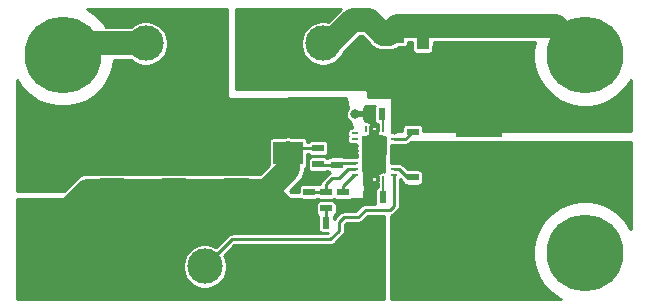
<source format=gbr>
%TF.GenerationSoftware,KiCad,Pcbnew,5.1.8-db9833491~88~ubuntu20.04.1*%
%TF.CreationDate,2020-12-10T20:55:53+01:00*%
%TF.ProjectId,Boost_DC_Converter_TPS61088RHLR,426f6f73-745f-4444-935f-436f6e766572,V1.0*%
%TF.SameCoordinates,Original*%
%TF.FileFunction,Copper,L1,Top*%
%TF.FilePolarity,Positive*%
%FSLAX46Y46*%
G04 Gerber Fmt 4.6, Leading zero omitted, Abs format (unit mm)*
G04 Created by KiCad (PCBNEW 5.1.8-db9833491~88~ubuntu20.04.1) date 2020-12-10 20:55:53*
%MOMM*%
%LPD*%
G01*
G04 APERTURE LIST*
%TA.AperFunction,EtchedComponent*%
%ADD10C,0.152400*%
%TD*%
%TA.AperFunction,SMDPad,CuDef*%
%ADD11R,0.370000X0.500000*%
%TD*%
%TA.AperFunction,SMDPad,CuDef*%
%ADD12R,0.930000X0.500000*%
%TD*%
%TA.AperFunction,ComponentPad*%
%ADD13C,0.499999*%
%TD*%
%TA.AperFunction,SMDPad,CuDef*%
%ADD14R,2.049999X3.050007*%
%TD*%
%TA.AperFunction,SMDPad,CuDef*%
%ADD15O,0.240000X0.599999*%
%TD*%
%TA.AperFunction,SMDPad,CuDef*%
%ADD16O,0.599999X0.240000*%
%TD*%
%TA.AperFunction,SMDPad,CuDef*%
%ADD17R,2.500000X1.524000*%
%TD*%
%TA.AperFunction,SMDPad,CuDef*%
%ADD18R,1.000000X0.600000*%
%TD*%
%TA.AperFunction,SMDPad,CuDef*%
%ADD19R,0.600000X1.000000*%
%TD*%
%TA.AperFunction,SMDPad,CuDef*%
%ADD20R,2.499360X1.950720*%
%TD*%
%TA.AperFunction,ComponentPad*%
%ADD21C,3.000000*%
%TD*%
%TA.AperFunction,SMDPad,CuDef*%
%ADD22R,4.000000X2.750000*%
%TD*%
%TA.AperFunction,ComponentPad*%
%ADD23C,1.000000*%
%TD*%
%TA.AperFunction,ComponentPad*%
%ADD24C,6.500000*%
%TD*%
%TA.AperFunction,ViaPad*%
%ADD25C,0.800000*%
%TD*%
%TA.AperFunction,Conductor*%
%ADD26C,0.250000*%
%TD*%
%TA.AperFunction,Conductor*%
%ADD27C,2.032000*%
%TD*%
%TA.AperFunction,Conductor*%
%ADD28C,0.508000*%
%TD*%
%TA.AperFunction,Conductor*%
%ADD29C,1.016000*%
%TD*%
%TA.AperFunction,Conductor*%
%ADD30C,0.200000*%
%TD*%
%TA.AperFunction,Conductor*%
%ADD31C,0.127000*%
%TD*%
%TA.AperFunction,Conductor*%
%ADD32C,0.254000*%
%TD*%
%TA.AperFunction,Conductor*%
%ADD33C,0.100000*%
%TD*%
G04 APERTURE END LIST*
D10*
%TO.C,U1*%
X161159918Y-46534919D02*
X160839919Y-46534919D01*
X160839919Y-50384924D02*
X161159918Y-50384924D01*
%TD*%
D11*
%TO.P,U1,21*%
%TO.N,GND*%
X160720000Y-46380000D03*
X161280000Y-46380000D03*
X160720000Y-50540000D03*
D12*
X161000000Y-46710000D03*
D11*
X161280000Y-50540000D03*
D12*
X161000000Y-50210000D03*
D13*
X161000000Y-47184999D03*
X160225000Y-48459921D03*
X161000000Y-49735001D03*
X161775000Y-48459921D03*
D14*
X160999919Y-48459921D03*
D15*
%TO.P,U1,20*%
X160249918Y-50610001D03*
D16*
%TO.P,U1,19*%
%TO.N,Net-(R2-Pad1)*%
X159350001Y-50209920D03*
%TO.P,U1,18*%
%TO.N,Net-(C4-Pad1)*%
X159350001Y-49709921D03*
%TO.P,U1,17*%
%TO.N,Net-(R4-Pad2)*%
X159350001Y-49209920D03*
%TO.P,U1,16*%
%TO.N,Net-(C10-Pad1)*%
X159350001Y-48709921D03*
%TO.P,U1,15*%
X159350001Y-48209922D03*
%TO.P,U1,14*%
X159350001Y-47709920D03*
%TO.P,U1,13*%
%TO.N,N/C*%
X159350001Y-47209921D03*
%TO.P,U1,12*%
X159350001Y-46709920D03*
D15*
%TO.P,U1,11*%
X160249918Y-46309999D03*
%TO.P,U1,10*%
%TO.N,Net-(C5-Pad1)*%
X161749920Y-46309999D03*
D16*
%TO.P,U1,9*%
%TO.N,Net-(C1-Pad1)*%
X162649999Y-46709920D03*
%TO.P,U1,8*%
%TO.N,Net-(C7-Pad1)*%
X162649999Y-47209921D03*
%TO.P,U1,7*%
%TO.N,Net-(C7-Pad2)*%
X162649999Y-47709920D03*
%TO.P,U1,6*%
X162649999Y-48209922D03*
%TO.P,U1,5*%
X162649999Y-48709921D03*
%TO.P,U1,4*%
X162649999Y-49209920D03*
%TO.P,U1,3*%
%TO.N,Net-(R3-Pad1)*%
X162649999Y-49709921D03*
%TO.P,U1,2*%
%TO.N,Net-(P2-Pad2)*%
X162649999Y-50209920D03*
D15*
%TO.P,U1,1*%
%TO.N,Net-(C6-Pad1)*%
X161749920Y-50610001D03*
%TD*%
D17*
%TO.P,C1,1*%
%TO.N,Net-(C1-Pad1)*%
X162220000Y-41658000D03*
%TO.P,C1,2*%
%TO.N,GND*%
X162220000Y-38282000D03*
%TD*%
D18*
%TO.P,C2,1*%
%TO.N,Net-(C1-Pad1)*%
X165100000Y-40700000D03*
%TO.P,C2,2*%
%TO.N,GND*%
X165100000Y-39300000D03*
%TD*%
D19*
%TO.P,C3,2*%
%TO.N,GND*%
X155510000Y-54280000D03*
%TO.P,C3,1*%
%TO.N,Net-(C3-Pad1)*%
X156910000Y-54280000D03*
%TD*%
D18*
%TO.P,C4,2*%
%TO.N,GND*%
X155480000Y-53050000D03*
%TO.P,C4,1*%
%TO.N,Net-(C4-Pad1)*%
X155480000Y-51650000D03*
%TD*%
D19*
%TO.P,C5,1*%
%TO.N,Net-(C5-Pad1)*%
X161650000Y-45070000D03*
%TO.P,C5,2*%
%TO.N,GND*%
X160250000Y-45070000D03*
%TD*%
%TO.P,C6,1*%
%TO.N,Net-(C6-Pad1)*%
X161720000Y-52100000D03*
%TO.P,C6,2*%
%TO.N,GND*%
X160320000Y-52100000D03*
%TD*%
D18*
%TO.P,C7,2*%
%TO.N,Net-(C7-Pad2)*%
X164240000Y-47970000D03*
%TO.P,C7,1*%
%TO.N,Net-(C7-Pad1)*%
X164240000Y-46570000D03*
%TD*%
D20*
%TO.P,C8,1*%
%TO.N,Net-(C10-Pad1)*%
X153700000Y-45306000D03*
%TO.P,C8,2*%
%TO.N,GND*%
X153700000Y-48354000D03*
%TD*%
%TO.P,C9,1*%
%TO.N,Net-(C10-Pad1)*%
%TA.AperFunction,SMDPad,CuDef*%
G36*
G01*
X148275000Y-44290000D02*
X150325000Y-44290000D01*
G75*
G02*
X150575000Y-44540000I0J-250000D01*
G01*
X150575000Y-46115000D01*
G75*
G02*
X150325000Y-46365000I-250000J0D01*
G01*
X148275000Y-46365000D01*
G75*
G02*
X148025000Y-46115000I0J250000D01*
G01*
X148025000Y-44540000D01*
G75*
G02*
X148275000Y-44290000I250000J0D01*
G01*
G37*
%TD.AperFunction*%
%TO.P,C9,2*%
%TO.N,GND*%
%TA.AperFunction,SMDPad,CuDef*%
G36*
G01*
X148275000Y-50515000D02*
X150325000Y-50515000D01*
G75*
G02*
X150575000Y-50765000I0J-250000D01*
G01*
X150575000Y-52340000D01*
G75*
G02*
X150325000Y-52590000I-250000J0D01*
G01*
X148275000Y-52590000D01*
G75*
G02*
X148025000Y-52340000I0J250000D01*
G01*
X148025000Y-50765000D01*
G75*
G02*
X148275000Y-50515000I250000J0D01*
G01*
G37*
%TD.AperFunction*%
%TD*%
%TO.P,C10,2*%
%TO.N,GND*%
%TA.AperFunction,SMDPad,CuDef*%
G36*
G01*
X137745000Y-50525000D02*
X139795000Y-50525000D01*
G75*
G02*
X140045000Y-50775000I0J-250000D01*
G01*
X140045000Y-52350000D01*
G75*
G02*
X139795000Y-52600000I-250000J0D01*
G01*
X137745000Y-52600000D01*
G75*
G02*
X137495000Y-52350000I0J250000D01*
G01*
X137495000Y-50775000D01*
G75*
G02*
X137745000Y-50525000I250000J0D01*
G01*
G37*
%TD.AperFunction*%
%TO.P,C10,1*%
%TO.N,Net-(C10-Pad1)*%
%TA.AperFunction,SMDPad,CuDef*%
G36*
G01*
X137745000Y-44300000D02*
X139795000Y-44300000D01*
G75*
G02*
X140045000Y-44550000I0J-250000D01*
G01*
X140045000Y-46125000D01*
G75*
G02*
X139795000Y-46375000I-250000J0D01*
G01*
X137745000Y-46375000D01*
G75*
G02*
X137495000Y-46125000I0J250000D01*
G01*
X137495000Y-44550000D01*
G75*
G02*
X137745000Y-44300000I250000J0D01*
G01*
G37*
%TD.AperFunction*%
%TD*%
%TO.P,C11,1*%
%TO.N,Net-(C10-Pad1)*%
%TA.AperFunction,SMDPad,CuDef*%
G36*
G01*
X143015000Y-44300000D02*
X145065000Y-44300000D01*
G75*
G02*
X145315000Y-44550000I0J-250000D01*
G01*
X145315000Y-46125000D01*
G75*
G02*
X145065000Y-46375000I-250000J0D01*
G01*
X143015000Y-46375000D01*
G75*
G02*
X142765000Y-46125000I0J250000D01*
G01*
X142765000Y-44550000D01*
G75*
G02*
X143015000Y-44300000I250000J0D01*
G01*
G37*
%TD.AperFunction*%
%TO.P,C11,2*%
%TO.N,GND*%
%TA.AperFunction,SMDPad,CuDef*%
G36*
G01*
X143015000Y-50525000D02*
X145065000Y-50525000D01*
G75*
G02*
X145315000Y-50775000I0J-250000D01*
G01*
X145315000Y-52350000D01*
G75*
G02*
X145065000Y-52600000I-250000J0D01*
G01*
X143015000Y-52600000D01*
G75*
G02*
X142765000Y-52350000I0J250000D01*
G01*
X142765000Y-50775000D01*
G75*
G02*
X143015000Y-50525000I250000J0D01*
G01*
G37*
%TD.AperFunction*%
%TD*%
D21*
%TO.P,P1,1*%
%TO.N,GND*%
X156650000Y-39090000D03*
%TO.P,P1,2*%
%TO.N,Net-(C1-Pad1)*%
X151650000Y-39090000D03*
%TD*%
%TO.P,P2,2*%
%TO.N,Net-(P2-Pad2)*%
X146650000Y-57980000D03*
%TO.P,P2,1*%
%TO.N,GND*%
X141650000Y-57980000D03*
%TD*%
%TO.P,P3,2*%
%TO.N,GND*%
X141650000Y-39090000D03*
%TO.P,P3,1*%
%TO.N,Net-(C10-Pad1)*%
X146650000Y-39090000D03*
%TD*%
D18*
%TO.P,R1,2*%
%TO.N,Net-(C3-Pad1)*%
X156910000Y-53050000D03*
%TO.P,R1,1*%
%TO.N,Net-(C4-Pad1)*%
X156910000Y-51650000D03*
%TD*%
%TO.P,R2,1*%
%TO.N,Net-(R2-Pad1)*%
X158350000Y-51660000D03*
%TO.P,R2,2*%
%TO.N,GND*%
X158350000Y-53060000D03*
%TD*%
%TO.P,R3,2*%
%TO.N,Net-(C7-Pad2)*%
X164240000Y-49040000D03*
%TO.P,R3,1*%
%TO.N,Net-(R3-Pad1)*%
X164240000Y-50440000D03*
%TD*%
%TO.P,R4,2*%
%TO.N,Net-(R4-Pad2)*%
X157820000Y-49350000D03*
%TO.P,R4,1*%
%TO.N,Net-(C10-Pad1)*%
X157820000Y-47950000D03*
%TD*%
%TO.P,R5,1*%
%TO.N,Net-(R4-Pad2)*%
X156230000Y-49330000D03*
%TO.P,R5,2*%
%TO.N,GND*%
X156230000Y-47930000D03*
%TD*%
D22*
%TO.P,L1,1*%
%TO.N,Net-(C1-Pad1)*%
X169820000Y-45640000D03*
%TO.P,L1,2*%
%TO.N,Net-(C7-Pad2)*%
X169820000Y-54340000D03*
%TD*%
D23*
%TO.P,MH1,1*%
%TO.N,GND*%
X136397767Y-55142233D03*
X137130000Y-56910000D03*
X136397767Y-58677767D03*
X134630000Y-59410000D03*
X132862233Y-58677767D03*
X132130000Y-56910000D03*
X132862233Y-55142233D03*
X134630000Y-54410000D03*
D24*
X134630000Y-56910000D03*
%TD*%
%TO.P,MH2,1*%
%TO.N,GND*%
X178800000Y-56850000D03*
D23*
X178800000Y-54350000D03*
X177032233Y-55082233D03*
X176300000Y-56850000D03*
X177032233Y-58617767D03*
X178800000Y-59350000D03*
X180567767Y-58617767D03*
X181300000Y-56850000D03*
X180567767Y-55082233D03*
%TD*%
D24*
%TO.P,MH3,1*%
%TO.N,GND*%
X134600000Y-40050000D03*
D23*
X134600000Y-37550000D03*
X132832233Y-38282233D03*
X132100000Y-40050000D03*
X132832233Y-41817767D03*
X134600000Y-42550000D03*
X136367767Y-41817767D03*
X137100000Y-40050000D03*
X136367767Y-38282233D03*
%TD*%
%TO.P,MH4,1*%
%TO.N,GND*%
X180597767Y-38302233D03*
X181330000Y-40070000D03*
X180597767Y-41837767D03*
X178830000Y-42570000D03*
X177062233Y-41837767D03*
X176330000Y-40070000D03*
X177062233Y-38302233D03*
X178830000Y-37570000D03*
D24*
X178830000Y-40070000D03*
%TD*%
D25*
%TO.N,GND*%
X159340000Y-45090000D03*
%TD*%
D26*
%TO.N,Net-(C1-Pad1)*%
X162649999Y-46709920D02*
X162649999Y-45990001D01*
X162649999Y-45990001D02*
X163160000Y-45480000D01*
X163160000Y-42598000D02*
X162220000Y-41658000D01*
X169820000Y-45640000D02*
X167430000Y-45640000D01*
X167430000Y-45640000D02*
X166680000Y-44890000D01*
X163290000Y-44890000D02*
X163160000Y-44760000D01*
X166680000Y-44890000D02*
X163290000Y-44890000D01*
X163160000Y-44760000D02*
X163160000Y-42598000D01*
X163160000Y-45480000D02*
X163160000Y-44760000D01*
X164142000Y-41658000D02*
X165100000Y-40700000D01*
X162220000Y-41658000D02*
X164142000Y-41658000D01*
X162220000Y-41658000D02*
X157992000Y-41658000D01*
X157992000Y-41658000D02*
X157870000Y-41780000D01*
X157870000Y-41780000D02*
X152550000Y-41780000D01*
X151650000Y-40880000D02*
X151650000Y-39090000D01*
X152550000Y-41780000D02*
X151650000Y-40880000D01*
%TO.N,GND*%
X153734000Y-48320000D02*
X153700000Y-48354000D01*
X154124000Y-47930000D02*
X153700000Y-48354000D01*
X156230000Y-47930000D02*
X154124000Y-47930000D01*
X165100000Y-39300000D02*
X165100000Y-38790000D01*
X164592000Y-38282000D02*
X162220000Y-38282000D01*
X165100000Y-38790000D02*
X164592000Y-38282000D01*
D27*
X153700000Y-48354000D02*
X153700000Y-49760000D01*
X151907500Y-51552500D02*
X149300000Y-51552500D01*
X153700000Y-49760000D02*
X151907500Y-51552500D01*
X144050000Y-51552500D02*
X144040000Y-51562500D01*
X149300000Y-51552500D02*
X144050000Y-51552500D01*
X144040000Y-51562500D02*
X138770000Y-51562500D01*
D28*
X155510000Y-53080000D02*
X155480000Y-53050000D01*
X155510000Y-54280000D02*
X155510000Y-53080000D01*
D27*
X151907500Y-51552500D02*
X151907500Y-51617500D01*
X151907500Y-51617500D02*
X154160000Y-53870000D01*
X154690000Y-53870000D02*
X154720000Y-53900000D01*
X154160000Y-53870000D02*
X154690000Y-53870000D01*
D26*
X160320000Y-52100000D02*
X160260000Y-52100000D01*
X159300000Y-53060000D02*
X158350000Y-53060000D01*
X160260000Y-52100000D02*
X159300000Y-53060000D01*
X158350000Y-53060000D02*
X158350000Y-52650000D01*
X158350000Y-52650000D02*
X158040000Y-52340000D01*
X156190000Y-52340000D02*
X155480000Y-53050000D01*
X158040000Y-52340000D02*
X156190000Y-52340000D01*
D27*
X138770000Y-51562500D02*
X136697500Y-51562500D01*
X136697500Y-51562500D02*
X134900000Y-53360000D01*
X134900000Y-56640000D02*
X134630000Y-56910000D01*
X134900000Y-53360000D02*
X134900000Y-56640000D01*
X135560000Y-39090000D02*
X134600000Y-40050000D01*
X141650000Y-39090000D02*
X135560000Y-39090000D01*
D28*
X159360000Y-45070000D02*
X159340000Y-45090000D01*
X160250000Y-45070000D02*
X159360000Y-45070000D01*
D27*
X157190000Y-39090000D02*
X156650000Y-39090000D01*
X159190000Y-37090000D02*
X157190000Y-39090000D01*
X161742000Y-38282000D02*
X160550000Y-37090000D01*
X160550000Y-37090000D02*
X159190000Y-37090000D01*
X162220000Y-38282000D02*
X161742000Y-38282000D01*
X162922000Y-37580000D02*
X162220000Y-38282000D01*
X178830000Y-40070000D02*
X176340000Y-37580000D01*
X176340000Y-37580000D02*
X165150000Y-37580000D01*
X165150000Y-37580000D02*
X162922000Y-37580000D01*
D29*
X165150000Y-39040000D02*
X165100000Y-39090000D01*
X165150000Y-37580000D02*
X165150000Y-39040000D01*
D30*
X160249918Y-50610001D02*
X160249918Y-51099918D01*
X160320000Y-51170000D02*
X160320000Y-52100000D01*
X160249918Y-51099918D02*
X160320000Y-51170000D01*
X160463709Y-51956291D02*
X160320000Y-52100000D01*
D28*
X160309709Y-51062291D02*
X160463709Y-51216291D01*
X160309709Y-50060291D02*
X160309709Y-51062291D01*
D30*
X160463709Y-51216291D02*
X160463709Y-51956291D01*
D28*
X160250000Y-45070000D02*
X160250000Y-45230000D01*
X160250000Y-45230000D02*
X161024709Y-46004709D01*
X161024709Y-46004709D02*
X161000000Y-46004709D01*
D31*
X160999919Y-47185080D02*
X161000000Y-47184999D01*
X160999919Y-48459921D02*
X160999919Y-47185080D01*
X160999919Y-48459921D02*
X160999919Y-48740081D01*
X160309709Y-49430291D02*
X160309709Y-50060291D01*
X160999919Y-48740081D02*
X160309709Y-49430291D01*
X160999919Y-49734920D02*
X161000000Y-49735001D01*
X160999919Y-48459921D02*
X160999919Y-49734920D01*
X160999919Y-48459921D02*
X160999919Y-50045214D01*
D26*
%TO.N,Net-(C3-Pad1)*%
X156910000Y-54280000D02*
X156910000Y-53050000D01*
%TO.N,Net-(C4-Pad1)*%
X155480000Y-51650000D02*
X156910000Y-51650000D01*
X158800002Y-49709921D02*
X158029923Y-50480000D01*
X159350001Y-49709921D02*
X158800002Y-49709921D01*
X158029923Y-50480000D02*
X157450000Y-50480000D01*
X156910000Y-51020000D02*
X156910000Y-51650000D01*
X157450000Y-50480000D02*
X156910000Y-51020000D01*
D30*
%TO.N,Net-(C5-Pad1)*%
X161749920Y-45169920D02*
X161650000Y-45070000D01*
X161749920Y-46309999D02*
X161749920Y-45169920D01*
%TO.N,Net-(C6-Pad1)*%
X161749920Y-52070080D02*
X161720000Y-52100000D01*
X161749920Y-50610001D02*
X161749920Y-52070080D01*
D26*
%TO.N,Net-(C7-Pad2)*%
X162649999Y-47709920D02*
X162649999Y-49009999D01*
X162649999Y-49009999D02*
X162649999Y-49209920D01*
X167200000Y-49040000D02*
X164240000Y-49040000D01*
X162649999Y-49209920D02*
X163310080Y-49209920D01*
X163480000Y-49040000D02*
X164240000Y-49040000D01*
X163310080Y-49209920D02*
X163480000Y-49040000D01*
X163909921Y-48709921D02*
X164240000Y-49040000D01*
X162649999Y-48709921D02*
X163909921Y-48709921D01*
X164009922Y-48209922D02*
X164240000Y-48440000D01*
X164240000Y-48440000D02*
X164240000Y-49040000D01*
X164240000Y-47970000D02*
X164240000Y-48440000D01*
X163979920Y-47709920D02*
X164240000Y-47970000D01*
X162649999Y-47709920D02*
X163979920Y-47709920D01*
D27*
X169820000Y-51660000D02*
X167200000Y-49040000D01*
X169820000Y-54340000D02*
X169820000Y-51660000D01*
D29*
X169820000Y-51660000D02*
X169410000Y-51660000D01*
X165959922Y-48209922D02*
X162979922Y-48209922D01*
D26*
X162979922Y-48209922D02*
X164009922Y-48209922D01*
X162649999Y-48209922D02*
X162979922Y-48209922D01*
D29*
X167030000Y-49280000D02*
X166080000Y-49280000D01*
X169410000Y-51660000D02*
X167030000Y-49280000D01*
X167030000Y-49280000D02*
X165959922Y-48209922D01*
X165509921Y-48709921D02*
X162809128Y-48709921D01*
X166080000Y-49280000D02*
X165509921Y-48709921D01*
X165959922Y-48209922D02*
X162809128Y-48209922D01*
X165720000Y-47970000D02*
X165959922Y-48209922D01*
X164240000Y-47970000D02*
X165720000Y-47970000D01*
D26*
%TO.N,Net-(C7-Pad1)*%
X163600079Y-47209921D02*
X164240000Y-46570000D01*
X162649999Y-47209921D02*
X163600079Y-47209921D01*
%TO.N,Net-(C10-Pad1)*%
X159350001Y-48709921D02*
X159350001Y-47709920D01*
X158789922Y-48209922D02*
X159350001Y-48209922D01*
X149321500Y-45306000D02*
X149300000Y-45327500D01*
X153700000Y-45306000D02*
X149321500Y-45306000D01*
X144050000Y-45327500D02*
X144040000Y-45337500D01*
X149300000Y-45327500D02*
X144050000Y-45327500D01*
X144040000Y-45337500D02*
X138770000Y-45337500D01*
X146650000Y-39090000D02*
X144300000Y-41440000D01*
X144300000Y-45077500D02*
X144040000Y-45337500D01*
X144300000Y-41440000D02*
X144300000Y-45077500D01*
X157820000Y-47950000D02*
X157820000Y-46520000D01*
X156606000Y-45306000D02*
X153700000Y-45306000D01*
X157820000Y-46520000D02*
X156606000Y-45306000D01*
D28*
X157820000Y-47950000D02*
X158020000Y-47950000D01*
X157820000Y-47950000D02*
X157990000Y-47950000D01*
X158670000Y-48630000D02*
X159444709Y-48630000D01*
X157990000Y-47950000D02*
X158670000Y-48630000D01*
X158540000Y-47950000D02*
X158710000Y-48120000D01*
X157820000Y-47950000D02*
X158540000Y-47950000D01*
D26*
X158710000Y-48120000D02*
X158789922Y-48209922D01*
X158665000Y-48085000D02*
X158710000Y-48120000D01*
D28*
X159295000Y-48085000D02*
X159420000Y-48210000D01*
X158665000Y-48085000D02*
X159295000Y-48085000D01*
X158870000Y-47790000D02*
X159430000Y-47790000D01*
X158710000Y-47950000D02*
X158870000Y-47790000D01*
X157820000Y-47950000D02*
X158710000Y-47950000D01*
D26*
%TO.N,Net-(P2-Pad2)*%
X159600000Y-53820000D02*
X160250000Y-53170000D01*
X162649999Y-52820001D02*
X162649999Y-50209920D01*
X158410000Y-53820000D02*
X159600000Y-53820000D01*
X157990000Y-54240000D02*
X158410000Y-53820000D01*
X157990000Y-54970000D02*
X157990000Y-54240000D01*
X157270000Y-55690000D02*
X157990000Y-54970000D01*
X162300000Y-53170000D02*
X162649999Y-52820001D01*
X148940000Y-55690000D02*
X157270000Y-55690000D01*
X160250000Y-53170000D02*
X162300000Y-53170000D01*
X146650000Y-57980000D02*
X148940000Y-55690000D01*
%TO.N,Net-(R2-Pad1)*%
X159350001Y-50209920D02*
X159310080Y-50209920D01*
X158350000Y-51170000D02*
X158350000Y-51660000D01*
X159310080Y-50209920D02*
X158350000Y-51170000D01*
%TO.N,Net-(R3-Pad1)*%
X162649999Y-49709921D02*
X163049921Y-49709921D01*
X163780000Y-50440000D02*
X164240000Y-50440000D01*
X163049921Y-49709921D02*
X163780000Y-50440000D01*
%TO.N,Net-(R4-Pad2)*%
X157960080Y-49209920D02*
X157820000Y-49350000D01*
X159350001Y-49209920D02*
X157960080Y-49209920D01*
X156250000Y-49350000D02*
X156230000Y-49330000D01*
X157820000Y-49350000D02*
X156250000Y-49350000D01*
%TD*%
D32*
%TO.N,Net-(C7-Pad2)*%
X182688009Y-54798831D02*
X182678847Y-54776713D01*
X182199838Y-54059825D01*
X181590175Y-53450162D01*
X180873287Y-52971153D01*
X180076724Y-52641206D01*
X179231097Y-52473000D01*
X178368903Y-52473000D01*
X177523276Y-52641206D01*
X176726713Y-52971153D01*
X176009825Y-53450162D01*
X175400162Y-54059825D01*
X174921153Y-54776713D01*
X174591206Y-55573276D01*
X174423000Y-56418903D01*
X174423000Y-57281097D01*
X174591206Y-58126724D01*
X174921153Y-58923287D01*
X175400162Y-59640175D01*
X176009825Y-60249838D01*
X176726713Y-60728847D01*
X176766917Y-60745500D01*
X162417000Y-60745500D01*
X162417000Y-53663276D01*
X162494575Y-53639745D01*
X162582479Y-53592759D01*
X162659527Y-53529527D01*
X162675376Y-53510215D01*
X162990219Y-53195373D01*
X163009526Y-53179528D01*
X163072758Y-53102480D01*
X163119744Y-53014576D01*
X163148677Y-52919194D01*
X163155999Y-52844855D01*
X163155999Y-52844848D01*
X163158446Y-52820002D01*
X163155999Y-52795156D01*
X163155999Y-50590494D01*
X163185973Y-50565895D01*
X163187925Y-50563517D01*
X163357157Y-50732749D01*
X163357157Y-50740000D01*
X163364513Y-50814689D01*
X163386299Y-50886508D01*
X163421678Y-50952696D01*
X163469289Y-51010711D01*
X163527304Y-51058322D01*
X163593492Y-51093701D01*
X163665311Y-51115487D01*
X163740000Y-51122843D01*
X164740000Y-51122843D01*
X164814689Y-51115487D01*
X164886508Y-51093701D01*
X164952696Y-51058322D01*
X165010711Y-51010711D01*
X165058322Y-50952696D01*
X165093701Y-50886508D01*
X165115487Y-50814689D01*
X165122843Y-50740000D01*
X165122843Y-50140000D01*
X165115487Y-50065311D01*
X165093701Y-49993492D01*
X165058322Y-49927304D01*
X165010711Y-49869289D01*
X164952696Y-49821678D01*
X164886508Y-49786299D01*
X164814689Y-49764513D01*
X164740000Y-49757157D01*
X163812749Y-49757157D01*
X163425297Y-49369706D01*
X163409448Y-49350394D01*
X163332400Y-49287162D01*
X163244496Y-49240176D01*
X163149114Y-49211243D01*
X163074775Y-49203921D01*
X163074767Y-49203921D01*
X163049921Y-49201474D01*
X163025075Y-49203921D01*
X162625145Y-49203921D01*
X162574381Y-49208921D01*
X162445388Y-49208921D01*
X162417000Y-49211717D01*
X162417000Y-47708125D01*
X162445388Y-47710921D01*
X162574381Y-47710921D01*
X162625145Y-47715921D01*
X163575233Y-47715921D01*
X163600079Y-47718368D01*
X163624925Y-47715921D01*
X163624933Y-47715921D01*
X163699272Y-47708599D01*
X163794654Y-47679666D01*
X163882558Y-47632680D01*
X163959606Y-47569448D01*
X163975455Y-47550136D01*
X164118591Y-47407000D01*
X182690910Y-47407000D01*
X182688009Y-54798831D01*
%TA.AperFunction,Conductor*%
D33*
G36*
X182688009Y-54798831D02*
G01*
X182678847Y-54776713D01*
X182199838Y-54059825D01*
X181590175Y-53450162D01*
X180873287Y-52971153D01*
X180076724Y-52641206D01*
X179231097Y-52473000D01*
X178368903Y-52473000D01*
X177523276Y-52641206D01*
X176726713Y-52971153D01*
X176009825Y-53450162D01*
X175400162Y-54059825D01*
X174921153Y-54776713D01*
X174591206Y-55573276D01*
X174423000Y-56418903D01*
X174423000Y-57281097D01*
X174591206Y-58126724D01*
X174921153Y-58923287D01*
X175400162Y-59640175D01*
X176009825Y-60249838D01*
X176726713Y-60728847D01*
X176766917Y-60745500D01*
X162417000Y-60745500D01*
X162417000Y-53663276D01*
X162494575Y-53639745D01*
X162582479Y-53592759D01*
X162659527Y-53529527D01*
X162675376Y-53510215D01*
X162990219Y-53195373D01*
X163009526Y-53179528D01*
X163072758Y-53102480D01*
X163119744Y-53014576D01*
X163148677Y-52919194D01*
X163155999Y-52844855D01*
X163155999Y-52844848D01*
X163158446Y-52820002D01*
X163155999Y-52795156D01*
X163155999Y-50590494D01*
X163185973Y-50565895D01*
X163187925Y-50563517D01*
X163357157Y-50732749D01*
X163357157Y-50740000D01*
X163364513Y-50814689D01*
X163386299Y-50886508D01*
X163421678Y-50952696D01*
X163469289Y-51010711D01*
X163527304Y-51058322D01*
X163593492Y-51093701D01*
X163665311Y-51115487D01*
X163740000Y-51122843D01*
X164740000Y-51122843D01*
X164814689Y-51115487D01*
X164886508Y-51093701D01*
X164952696Y-51058322D01*
X165010711Y-51010711D01*
X165058322Y-50952696D01*
X165093701Y-50886508D01*
X165115487Y-50814689D01*
X165122843Y-50740000D01*
X165122843Y-50140000D01*
X165115487Y-50065311D01*
X165093701Y-49993492D01*
X165058322Y-49927304D01*
X165010711Y-49869289D01*
X164952696Y-49821678D01*
X164886508Y-49786299D01*
X164814689Y-49764513D01*
X164740000Y-49757157D01*
X163812749Y-49757157D01*
X163425297Y-49369706D01*
X163409448Y-49350394D01*
X163332400Y-49287162D01*
X163244496Y-49240176D01*
X163149114Y-49211243D01*
X163074775Y-49203921D01*
X163074767Y-49203921D01*
X163049921Y-49201474D01*
X163025075Y-49203921D01*
X162625145Y-49203921D01*
X162574381Y-49208921D01*
X162445388Y-49208921D01*
X162417000Y-49211717D01*
X162417000Y-47708125D01*
X162445388Y-47710921D01*
X162574381Y-47710921D01*
X162625145Y-47715921D01*
X163575233Y-47715921D01*
X163600079Y-47718368D01*
X163624925Y-47715921D01*
X163624933Y-47715921D01*
X163699272Y-47708599D01*
X163794654Y-47679666D01*
X163882558Y-47632680D01*
X163959606Y-47569448D01*
X163975455Y-47550136D01*
X164118591Y-47407000D01*
X182690910Y-47407000D01*
X182688009Y-54798831D01*
G37*
%TD.AperFunction*%
%TD*%
D32*
%TO.N,Net-(C1-Pad1)*%
X157052194Y-37252151D02*
X156835262Y-37209000D01*
X156464738Y-37209000D01*
X156101333Y-37281286D01*
X155759013Y-37423080D01*
X155450933Y-37628932D01*
X155188932Y-37890933D01*
X154983080Y-38199013D01*
X154841286Y-38541333D01*
X154769000Y-38904738D01*
X154769000Y-39275262D01*
X154841286Y-39638667D01*
X154983080Y-39980987D01*
X155188932Y-40289067D01*
X155450933Y-40551068D01*
X155759013Y-40756920D01*
X156101333Y-40898714D01*
X156464738Y-40971000D01*
X156835262Y-40971000D01*
X157198667Y-40898714D01*
X157540987Y-40756920D01*
X157849067Y-40551068D01*
X158111068Y-40289067D01*
X158316920Y-39980987D01*
X158346797Y-39908859D01*
X159768657Y-38487000D01*
X159971345Y-38487000D01*
X160593582Y-39109238D01*
X160594513Y-39118689D01*
X160616299Y-39190508D01*
X160651678Y-39256696D01*
X160699289Y-39314711D01*
X160757304Y-39362322D01*
X160823492Y-39397701D01*
X160895311Y-39419487D01*
X160930104Y-39422914D01*
X160934892Y-39426843D01*
X160962113Y-39449183D01*
X161204804Y-39578904D01*
X161468140Y-39658786D01*
X161742000Y-39685760D01*
X161810632Y-39679000D01*
X162151375Y-39679000D01*
X162220000Y-39685759D01*
X162288625Y-39679000D01*
X162493860Y-39658786D01*
X162757195Y-39578904D01*
X162999887Y-39449183D01*
X163027108Y-39426843D01*
X163470000Y-39426843D01*
X163544689Y-39419487D01*
X163616508Y-39397701D01*
X163682696Y-39362322D01*
X163740711Y-39314711D01*
X163788322Y-39256696D01*
X163823701Y-39190508D01*
X163845487Y-39118689D01*
X163852843Y-39044000D01*
X163852843Y-38977000D01*
X164217829Y-38977000D01*
X164206700Y-39090000D01*
X164217157Y-39196175D01*
X164217157Y-39600000D01*
X164224513Y-39674689D01*
X164246299Y-39746508D01*
X164281678Y-39812696D01*
X164329289Y-39870711D01*
X164387304Y-39918322D01*
X164453492Y-39953701D01*
X164525311Y-39975487D01*
X164600000Y-39982843D01*
X165095360Y-39982843D01*
X165100000Y-39983300D01*
X165104640Y-39982843D01*
X165600000Y-39982843D01*
X165674689Y-39975487D01*
X165746508Y-39953701D01*
X165812696Y-39918322D01*
X165870711Y-39870711D01*
X165918322Y-39812696D01*
X165953701Y-39746508D01*
X165975487Y-39674689D01*
X165982843Y-39600000D01*
X165982843Y-39356994D01*
X166026136Y-39214274D01*
X166039000Y-39083667D01*
X166039000Y-39083660D01*
X166043300Y-39040000D01*
X166039000Y-38996340D01*
X166039000Y-38977000D01*
X174584661Y-38977000D01*
X174453000Y-39638903D01*
X174453000Y-40501097D01*
X174621206Y-41346724D01*
X174951153Y-42143287D01*
X175430162Y-42860175D01*
X176039825Y-43469838D01*
X176756713Y-43948847D01*
X177553276Y-44278794D01*
X178398903Y-44447000D01*
X179261097Y-44447000D01*
X180106724Y-44278794D01*
X180903287Y-43948847D01*
X181620175Y-43469838D01*
X182229838Y-42860175D01*
X182692966Y-42167054D01*
X182691249Y-46542780D01*
X165122843Y-46534341D01*
X165122843Y-46270000D01*
X165115487Y-46195311D01*
X165093701Y-46123492D01*
X165058322Y-46057304D01*
X165010711Y-45999289D01*
X164952696Y-45951678D01*
X164886508Y-45916299D01*
X164814689Y-45894513D01*
X164740000Y-45887157D01*
X163740000Y-45887157D01*
X163665311Y-45894513D01*
X163593492Y-45916299D01*
X163527304Y-45951678D01*
X163469289Y-45999289D01*
X163421678Y-46057304D01*
X163386299Y-46123492D01*
X163364513Y-46195311D01*
X163357157Y-46270000D01*
X163357157Y-46533493D01*
X162457875Y-46533061D01*
X162476997Y-43750873D01*
X162474727Y-43726080D01*
X162467664Y-43702207D01*
X162456079Y-43680170D01*
X162440418Y-43660817D01*
X162421281Y-43644891D01*
X162399406Y-43633004D01*
X162375632Y-43625613D01*
X162350000Y-43623000D01*
X160417000Y-43623000D01*
X160417000Y-43120000D01*
X160414560Y-43095224D01*
X160407333Y-43071399D01*
X160395597Y-43049443D01*
X160379803Y-43030197D01*
X160360557Y-43014403D01*
X160338601Y-43002667D01*
X160314776Y-42995440D01*
X160290228Y-42993000D01*
X149287000Y-42973228D01*
X149287000Y-36154500D01*
X158149843Y-36154500D01*
X157052194Y-37252151D01*
%TA.AperFunction,Conductor*%
D33*
G36*
X157052194Y-37252151D02*
G01*
X156835262Y-37209000D01*
X156464738Y-37209000D01*
X156101333Y-37281286D01*
X155759013Y-37423080D01*
X155450933Y-37628932D01*
X155188932Y-37890933D01*
X154983080Y-38199013D01*
X154841286Y-38541333D01*
X154769000Y-38904738D01*
X154769000Y-39275262D01*
X154841286Y-39638667D01*
X154983080Y-39980987D01*
X155188932Y-40289067D01*
X155450933Y-40551068D01*
X155759013Y-40756920D01*
X156101333Y-40898714D01*
X156464738Y-40971000D01*
X156835262Y-40971000D01*
X157198667Y-40898714D01*
X157540987Y-40756920D01*
X157849067Y-40551068D01*
X158111068Y-40289067D01*
X158316920Y-39980987D01*
X158346797Y-39908859D01*
X159768657Y-38487000D01*
X159971345Y-38487000D01*
X160593582Y-39109238D01*
X160594513Y-39118689D01*
X160616299Y-39190508D01*
X160651678Y-39256696D01*
X160699289Y-39314711D01*
X160757304Y-39362322D01*
X160823492Y-39397701D01*
X160895311Y-39419487D01*
X160930104Y-39422914D01*
X160934892Y-39426843D01*
X160962113Y-39449183D01*
X161204804Y-39578904D01*
X161468140Y-39658786D01*
X161742000Y-39685760D01*
X161810632Y-39679000D01*
X162151375Y-39679000D01*
X162220000Y-39685759D01*
X162288625Y-39679000D01*
X162493860Y-39658786D01*
X162757195Y-39578904D01*
X162999887Y-39449183D01*
X163027108Y-39426843D01*
X163470000Y-39426843D01*
X163544689Y-39419487D01*
X163616508Y-39397701D01*
X163682696Y-39362322D01*
X163740711Y-39314711D01*
X163788322Y-39256696D01*
X163823701Y-39190508D01*
X163845487Y-39118689D01*
X163852843Y-39044000D01*
X163852843Y-38977000D01*
X164217829Y-38977000D01*
X164206700Y-39090000D01*
X164217157Y-39196175D01*
X164217157Y-39600000D01*
X164224513Y-39674689D01*
X164246299Y-39746508D01*
X164281678Y-39812696D01*
X164329289Y-39870711D01*
X164387304Y-39918322D01*
X164453492Y-39953701D01*
X164525311Y-39975487D01*
X164600000Y-39982843D01*
X165095360Y-39982843D01*
X165100000Y-39983300D01*
X165104640Y-39982843D01*
X165600000Y-39982843D01*
X165674689Y-39975487D01*
X165746508Y-39953701D01*
X165812696Y-39918322D01*
X165870711Y-39870711D01*
X165918322Y-39812696D01*
X165953701Y-39746508D01*
X165975487Y-39674689D01*
X165982843Y-39600000D01*
X165982843Y-39356994D01*
X166026136Y-39214274D01*
X166039000Y-39083667D01*
X166039000Y-39083660D01*
X166043300Y-39040000D01*
X166039000Y-38996340D01*
X166039000Y-38977000D01*
X174584661Y-38977000D01*
X174453000Y-39638903D01*
X174453000Y-40501097D01*
X174621206Y-41346724D01*
X174951153Y-42143287D01*
X175430162Y-42860175D01*
X176039825Y-43469838D01*
X176756713Y-43948847D01*
X177553276Y-44278794D01*
X178398903Y-44447000D01*
X179261097Y-44447000D01*
X180106724Y-44278794D01*
X180903287Y-43948847D01*
X181620175Y-43469838D01*
X182229838Y-42860175D01*
X182692966Y-42167054D01*
X182691249Y-46542780D01*
X165122843Y-46534341D01*
X165122843Y-46270000D01*
X165115487Y-46195311D01*
X165093701Y-46123492D01*
X165058322Y-46057304D01*
X165010711Y-45999289D01*
X164952696Y-45951678D01*
X164886508Y-45916299D01*
X164814689Y-45894513D01*
X164740000Y-45887157D01*
X163740000Y-45887157D01*
X163665311Y-45894513D01*
X163593492Y-45916299D01*
X163527304Y-45951678D01*
X163469289Y-45999289D01*
X163421678Y-46057304D01*
X163386299Y-46123492D01*
X163364513Y-46195311D01*
X163357157Y-46270000D01*
X163357157Y-46533493D01*
X162457875Y-46533061D01*
X162476997Y-43750873D01*
X162474727Y-43726080D01*
X162467664Y-43702207D01*
X162456079Y-43680170D01*
X162440418Y-43660817D01*
X162421281Y-43644891D01*
X162399406Y-43633004D01*
X162375632Y-43625613D01*
X162350000Y-43623000D01*
X160417000Y-43623000D01*
X160417000Y-43120000D01*
X160414560Y-43095224D01*
X160407333Y-43071399D01*
X160395597Y-43049443D01*
X160379803Y-43030197D01*
X160360557Y-43014403D01*
X160338601Y-43002667D01*
X160314776Y-42995440D01*
X160290228Y-42993000D01*
X149287000Y-42973228D01*
X149287000Y-36154500D01*
X158149843Y-36154500D01*
X157052194Y-37252151D01*
G37*
%TD.AperFunction*%
%TD*%
D32*
%TO.N,Net-(C10-Pad1)*%
X148553000Y-43630000D02*
X148555440Y-43654776D01*
X148562667Y-43678601D01*
X148574403Y-43700557D01*
X148590197Y-43719803D01*
X148609443Y-43735597D01*
X148631399Y-43747333D01*
X148655224Y-43754560D01*
X148680127Y-43757000D01*
X158605036Y-43747105D01*
X158761495Y-44564004D01*
X158733358Y-44592141D01*
X158647887Y-44720058D01*
X158589013Y-44862191D01*
X158559000Y-45013078D01*
X158559000Y-45166922D01*
X158589013Y-45317809D01*
X158647887Y-45459942D01*
X158733358Y-45587859D01*
X158842141Y-45696642D01*
X158970058Y-45782113D01*
X158996930Y-45793244D01*
X159077818Y-46215575D01*
X159071789Y-46216169D01*
X158977350Y-46244817D01*
X158890315Y-46291338D01*
X158814027Y-46353945D01*
X158751420Y-46430233D01*
X158704899Y-46517268D01*
X158676251Y-46611707D01*
X158666578Y-46709920D01*
X158676251Y-46808133D01*
X158704899Y-46902572D01*
X158735552Y-46959921D01*
X158704899Y-47017269D01*
X158676251Y-47111708D01*
X158666578Y-47209921D01*
X158676251Y-47308134D01*
X158704899Y-47402573D01*
X158751420Y-47489608D01*
X158814027Y-47565896D01*
X158890315Y-47628503D01*
X158977350Y-47675024D01*
X159071789Y-47703672D01*
X159145390Y-47710921D01*
X159364220Y-47710921D01*
X159555379Y-48708996D01*
X159554612Y-48708920D01*
X159425619Y-48708920D01*
X159374855Y-48703920D01*
X158480766Y-48703920D01*
X158466508Y-48696299D01*
X158394689Y-48674513D01*
X158320000Y-48667157D01*
X157320000Y-48667157D01*
X157245311Y-48674513D01*
X157173492Y-48696299D01*
X157107304Y-48731678D01*
X157049289Y-48779289D01*
X157033207Y-48798886D01*
X157000711Y-48759289D01*
X156942696Y-48711678D01*
X156876508Y-48676299D01*
X156804689Y-48654513D01*
X156730000Y-48647157D01*
X155730000Y-48647157D01*
X155655311Y-48654513D01*
X155583492Y-48676299D01*
X155517304Y-48711678D01*
X155459289Y-48759289D01*
X155411678Y-48817304D01*
X155376299Y-48883492D01*
X155354513Y-48955311D01*
X155347157Y-49030000D01*
X155347157Y-49630000D01*
X155354513Y-49704689D01*
X155376299Y-49776508D01*
X155411678Y-49842696D01*
X155459289Y-49900711D01*
X155517304Y-49948322D01*
X155583492Y-49983701D01*
X155655311Y-50005487D01*
X155730000Y-50012843D01*
X156730000Y-50012843D01*
X156804689Y-50005487D01*
X156876508Y-49983701D01*
X156942696Y-49948322D01*
X157000711Y-49900711D01*
X157016793Y-49881114D01*
X157049289Y-49920711D01*
X157107304Y-49968322D01*
X157173492Y-50003701D01*
X157233584Y-50021930D01*
X157167521Y-50057241D01*
X157090473Y-50120473D01*
X157074629Y-50139779D01*
X156569785Y-50644624D01*
X156550473Y-50660473D01*
X156487241Y-50737521D01*
X156440255Y-50825426D01*
X156411322Y-50920808D01*
X156406725Y-50967480D01*
X156335311Y-50974513D01*
X156263492Y-50996299D01*
X156197304Y-51031678D01*
X156195000Y-51033569D01*
X156192696Y-51031678D01*
X156126508Y-50996299D01*
X156054689Y-50974513D01*
X155980000Y-50967157D01*
X154980000Y-50967157D01*
X154905311Y-50974513D01*
X154833492Y-50996299D01*
X154767304Y-51031678D01*
X154709289Y-51079289D01*
X154661678Y-51137304D01*
X154626299Y-51203492D01*
X154604513Y-51275311D01*
X154597157Y-51350000D01*
X154597157Y-51682010D01*
X153945009Y-51679353D01*
X153850656Y-51585000D01*
X154639296Y-50796360D01*
X154692608Y-50752608D01*
X154867183Y-50539887D01*
X154996904Y-50297195D01*
X155076786Y-50033860D01*
X155097000Y-49828625D01*
X155103759Y-49760000D01*
X155097000Y-49691375D01*
X155097000Y-49682627D01*
X155162376Y-49647682D01*
X155220391Y-49600071D01*
X155268002Y-49542056D01*
X155303381Y-49475868D01*
X155325167Y-49404049D01*
X155332523Y-49329360D01*
X155332523Y-48436000D01*
X155408099Y-48436000D01*
X155411678Y-48442696D01*
X155459289Y-48500711D01*
X155517304Y-48548322D01*
X155583492Y-48583701D01*
X155655311Y-48605487D01*
X155730000Y-48612843D01*
X156730000Y-48612843D01*
X156804689Y-48605487D01*
X156876508Y-48583701D01*
X156942696Y-48548322D01*
X157000711Y-48500711D01*
X157048322Y-48442696D01*
X157083701Y-48376508D01*
X157105487Y-48304689D01*
X157112843Y-48230000D01*
X157112843Y-47630000D01*
X157105487Y-47555311D01*
X157083701Y-47483492D01*
X157048322Y-47417304D01*
X157000711Y-47359289D01*
X156942696Y-47311678D01*
X156876508Y-47276299D01*
X156804689Y-47254513D01*
X156730000Y-47247157D01*
X155730000Y-47247157D01*
X155655311Y-47254513D01*
X155583492Y-47276299D01*
X155517304Y-47311678D01*
X155459289Y-47359289D01*
X155411678Y-47417304D01*
X155408099Y-47424000D01*
X155332523Y-47424000D01*
X155332523Y-47378640D01*
X155325167Y-47303951D01*
X155303381Y-47232132D01*
X155268002Y-47165944D01*
X155220391Y-47107929D01*
X155162376Y-47060318D01*
X155096188Y-47024939D01*
X155024369Y-47003153D01*
X154949680Y-46995797D01*
X154035119Y-46995797D01*
X153973859Y-46977214D01*
X153700000Y-46950241D01*
X153426140Y-46977214D01*
X153364880Y-46995797D01*
X152450320Y-46995797D01*
X152375631Y-47003153D01*
X152303812Y-47024939D01*
X152237624Y-47060318D01*
X152179609Y-47107929D01*
X152131998Y-47165944D01*
X152096619Y-47232132D01*
X152074833Y-47303951D01*
X152067477Y-47378640D01*
X152067477Y-49329360D01*
X152074833Y-49404049D01*
X152076104Y-49408240D01*
X151328845Y-50155500D01*
X150485328Y-50155500D01*
X150448462Y-50144317D01*
X150325000Y-50132157D01*
X148275000Y-50132157D01*
X148151538Y-50144317D01*
X148114672Y-50155500D01*
X145192362Y-50155500D01*
X145188462Y-50154317D01*
X145065000Y-50142157D01*
X143015000Y-50142157D01*
X142891538Y-50154317D01*
X142854672Y-50165500D01*
X139955328Y-50165500D01*
X139918462Y-50154317D01*
X139795000Y-50142157D01*
X137745000Y-50142157D01*
X137621538Y-50154317D01*
X137584672Y-50165500D01*
X136766125Y-50165500D01*
X136697500Y-50158741D01*
X136628875Y-50165500D01*
X136423640Y-50185714D01*
X136160305Y-50265596D01*
X135917613Y-50395317D01*
X135704892Y-50569892D01*
X135661140Y-50623204D01*
X134683450Y-51600895D01*
X130738269Y-51584825D01*
X130741970Y-42154442D01*
X131200162Y-42840175D01*
X131809825Y-43449838D01*
X132526713Y-43928847D01*
X133323276Y-44258794D01*
X134168903Y-44427000D01*
X135031097Y-44427000D01*
X135876724Y-44258794D01*
X136673287Y-43928847D01*
X137390175Y-43449838D01*
X137999838Y-42840175D01*
X138478847Y-42123287D01*
X138808794Y-41326724D01*
X138975826Y-40487000D01*
X140386865Y-40487000D01*
X140450933Y-40551068D01*
X140759013Y-40756920D01*
X141101333Y-40898714D01*
X141464738Y-40971000D01*
X141835262Y-40971000D01*
X142198667Y-40898714D01*
X142540987Y-40756920D01*
X142849067Y-40551068D01*
X143111068Y-40289067D01*
X143316920Y-39980987D01*
X143458714Y-39638667D01*
X143531000Y-39275262D01*
X143531000Y-38904738D01*
X143458714Y-38541333D01*
X143316920Y-38199013D01*
X143111068Y-37890933D01*
X142849067Y-37628932D01*
X142540987Y-37423080D01*
X142198667Y-37281286D01*
X141835262Y-37209000D01*
X141464738Y-37209000D01*
X141101333Y-37281286D01*
X140759013Y-37423080D01*
X140450933Y-37628932D01*
X140386865Y-37693000D01*
X138289276Y-37693000D01*
X137999838Y-37259825D01*
X137390175Y-36650162D01*
X136673287Y-36171153D01*
X136633083Y-36154500D01*
X148553000Y-36154500D01*
X148553000Y-43630000D01*
%TA.AperFunction,Conductor*%
D33*
G36*
X148553000Y-43630000D02*
G01*
X148555440Y-43654776D01*
X148562667Y-43678601D01*
X148574403Y-43700557D01*
X148590197Y-43719803D01*
X148609443Y-43735597D01*
X148631399Y-43747333D01*
X148655224Y-43754560D01*
X148680127Y-43757000D01*
X158605036Y-43747105D01*
X158761495Y-44564004D01*
X158733358Y-44592141D01*
X158647887Y-44720058D01*
X158589013Y-44862191D01*
X158559000Y-45013078D01*
X158559000Y-45166922D01*
X158589013Y-45317809D01*
X158647887Y-45459942D01*
X158733358Y-45587859D01*
X158842141Y-45696642D01*
X158970058Y-45782113D01*
X158996930Y-45793244D01*
X159077818Y-46215575D01*
X159071789Y-46216169D01*
X158977350Y-46244817D01*
X158890315Y-46291338D01*
X158814027Y-46353945D01*
X158751420Y-46430233D01*
X158704899Y-46517268D01*
X158676251Y-46611707D01*
X158666578Y-46709920D01*
X158676251Y-46808133D01*
X158704899Y-46902572D01*
X158735552Y-46959921D01*
X158704899Y-47017269D01*
X158676251Y-47111708D01*
X158666578Y-47209921D01*
X158676251Y-47308134D01*
X158704899Y-47402573D01*
X158751420Y-47489608D01*
X158814027Y-47565896D01*
X158890315Y-47628503D01*
X158977350Y-47675024D01*
X159071789Y-47703672D01*
X159145390Y-47710921D01*
X159364220Y-47710921D01*
X159555379Y-48708996D01*
X159554612Y-48708920D01*
X159425619Y-48708920D01*
X159374855Y-48703920D01*
X158480766Y-48703920D01*
X158466508Y-48696299D01*
X158394689Y-48674513D01*
X158320000Y-48667157D01*
X157320000Y-48667157D01*
X157245311Y-48674513D01*
X157173492Y-48696299D01*
X157107304Y-48731678D01*
X157049289Y-48779289D01*
X157033207Y-48798886D01*
X157000711Y-48759289D01*
X156942696Y-48711678D01*
X156876508Y-48676299D01*
X156804689Y-48654513D01*
X156730000Y-48647157D01*
X155730000Y-48647157D01*
X155655311Y-48654513D01*
X155583492Y-48676299D01*
X155517304Y-48711678D01*
X155459289Y-48759289D01*
X155411678Y-48817304D01*
X155376299Y-48883492D01*
X155354513Y-48955311D01*
X155347157Y-49030000D01*
X155347157Y-49630000D01*
X155354513Y-49704689D01*
X155376299Y-49776508D01*
X155411678Y-49842696D01*
X155459289Y-49900711D01*
X155517304Y-49948322D01*
X155583492Y-49983701D01*
X155655311Y-50005487D01*
X155730000Y-50012843D01*
X156730000Y-50012843D01*
X156804689Y-50005487D01*
X156876508Y-49983701D01*
X156942696Y-49948322D01*
X157000711Y-49900711D01*
X157016793Y-49881114D01*
X157049289Y-49920711D01*
X157107304Y-49968322D01*
X157173492Y-50003701D01*
X157233584Y-50021930D01*
X157167521Y-50057241D01*
X157090473Y-50120473D01*
X157074629Y-50139779D01*
X156569785Y-50644624D01*
X156550473Y-50660473D01*
X156487241Y-50737521D01*
X156440255Y-50825426D01*
X156411322Y-50920808D01*
X156406725Y-50967480D01*
X156335311Y-50974513D01*
X156263492Y-50996299D01*
X156197304Y-51031678D01*
X156195000Y-51033569D01*
X156192696Y-51031678D01*
X156126508Y-50996299D01*
X156054689Y-50974513D01*
X155980000Y-50967157D01*
X154980000Y-50967157D01*
X154905311Y-50974513D01*
X154833492Y-50996299D01*
X154767304Y-51031678D01*
X154709289Y-51079289D01*
X154661678Y-51137304D01*
X154626299Y-51203492D01*
X154604513Y-51275311D01*
X154597157Y-51350000D01*
X154597157Y-51682010D01*
X153945009Y-51679353D01*
X153850656Y-51585000D01*
X154639296Y-50796360D01*
X154692608Y-50752608D01*
X154867183Y-50539887D01*
X154996904Y-50297195D01*
X155076786Y-50033860D01*
X155097000Y-49828625D01*
X155103759Y-49760000D01*
X155097000Y-49691375D01*
X155097000Y-49682627D01*
X155162376Y-49647682D01*
X155220391Y-49600071D01*
X155268002Y-49542056D01*
X155303381Y-49475868D01*
X155325167Y-49404049D01*
X155332523Y-49329360D01*
X155332523Y-48436000D01*
X155408099Y-48436000D01*
X155411678Y-48442696D01*
X155459289Y-48500711D01*
X155517304Y-48548322D01*
X155583492Y-48583701D01*
X155655311Y-48605487D01*
X155730000Y-48612843D01*
X156730000Y-48612843D01*
X156804689Y-48605487D01*
X156876508Y-48583701D01*
X156942696Y-48548322D01*
X157000711Y-48500711D01*
X157048322Y-48442696D01*
X157083701Y-48376508D01*
X157105487Y-48304689D01*
X157112843Y-48230000D01*
X157112843Y-47630000D01*
X157105487Y-47555311D01*
X157083701Y-47483492D01*
X157048322Y-47417304D01*
X157000711Y-47359289D01*
X156942696Y-47311678D01*
X156876508Y-47276299D01*
X156804689Y-47254513D01*
X156730000Y-47247157D01*
X155730000Y-47247157D01*
X155655311Y-47254513D01*
X155583492Y-47276299D01*
X155517304Y-47311678D01*
X155459289Y-47359289D01*
X155411678Y-47417304D01*
X155408099Y-47424000D01*
X155332523Y-47424000D01*
X155332523Y-47378640D01*
X155325167Y-47303951D01*
X155303381Y-47232132D01*
X155268002Y-47165944D01*
X155220391Y-47107929D01*
X155162376Y-47060318D01*
X155096188Y-47024939D01*
X155024369Y-47003153D01*
X154949680Y-46995797D01*
X154035119Y-46995797D01*
X153973859Y-46977214D01*
X153700000Y-46950241D01*
X153426140Y-46977214D01*
X153364880Y-46995797D01*
X152450320Y-46995797D01*
X152375631Y-47003153D01*
X152303812Y-47024939D01*
X152237624Y-47060318D01*
X152179609Y-47107929D01*
X152131998Y-47165944D01*
X152096619Y-47232132D01*
X152074833Y-47303951D01*
X152067477Y-47378640D01*
X152067477Y-49329360D01*
X152074833Y-49404049D01*
X152076104Y-49408240D01*
X151328845Y-50155500D01*
X150485328Y-50155500D01*
X150448462Y-50144317D01*
X150325000Y-50132157D01*
X148275000Y-50132157D01*
X148151538Y-50144317D01*
X148114672Y-50155500D01*
X145192362Y-50155500D01*
X145188462Y-50154317D01*
X145065000Y-50142157D01*
X143015000Y-50142157D01*
X142891538Y-50154317D01*
X142854672Y-50165500D01*
X139955328Y-50165500D01*
X139918462Y-50154317D01*
X139795000Y-50142157D01*
X137745000Y-50142157D01*
X137621538Y-50154317D01*
X137584672Y-50165500D01*
X136766125Y-50165500D01*
X136697500Y-50158741D01*
X136628875Y-50165500D01*
X136423640Y-50185714D01*
X136160305Y-50265596D01*
X135917613Y-50395317D01*
X135704892Y-50569892D01*
X135661140Y-50623204D01*
X134683450Y-51600895D01*
X130738269Y-51584825D01*
X130741970Y-42154442D01*
X131200162Y-42840175D01*
X131809825Y-43449838D01*
X132526713Y-43928847D01*
X133323276Y-44258794D01*
X134168903Y-44427000D01*
X135031097Y-44427000D01*
X135876724Y-44258794D01*
X136673287Y-43928847D01*
X137390175Y-43449838D01*
X137999838Y-42840175D01*
X138478847Y-42123287D01*
X138808794Y-41326724D01*
X138975826Y-40487000D01*
X140386865Y-40487000D01*
X140450933Y-40551068D01*
X140759013Y-40756920D01*
X141101333Y-40898714D01*
X141464738Y-40971000D01*
X141835262Y-40971000D01*
X142198667Y-40898714D01*
X142540987Y-40756920D01*
X142849067Y-40551068D01*
X143111068Y-40289067D01*
X143316920Y-39980987D01*
X143458714Y-39638667D01*
X143531000Y-39275262D01*
X143531000Y-38904738D01*
X143458714Y-38541333D01*
X143316920Y-38199013D01*
X143111068Y-37890933D01*
X142849067Y-37628932D01*
X142540987Y-37423080D01*
X142198667Y-37281286D01*
X141835262Y-37209000D01*
X141464738Y-37209000D01*
X141101333Y-37281286D01*
X140759013Y-37423080D01*
X140450933Y-37628932D01*
X140386865Y-37693000D01*
X138289276Y-37693000D01*
X137999838Y-37259825D01*
X137390175Y-36650162D01*
X136673287Y-36171153D01*
X136633083Y-36154500D01*
X148553000Y-36154500D01*
X148553000Y-43630000D01*
G37*
%TD.AperFunction*%
%TD*%
D32*
%TO.N,GND*%
X161470233Y-46908580D02*
X161557268Y-46955101D01*
X161651707Y-46983749D01*
X161749920Y-46993422D01*
X161848132Y-46983749D01*
X161875157Y-46975551D01*
X161855973Y-49938629D01*
X161848133Y-49936251D01*
X161749920Y-49926578D01*
X161651708Y-49936251D01*
X161557269Y-49964899D01*
X161470234Y-50011420D01*
X161447862Y-50029780D01*
X161415154Y-50002937D01*
X161335727Y-49960483D01*
X161249545Y-49934339D01*
X161182378Y-49927724D01*
X160817459Y-49927724D01*
X160750292Y-49934339D01*
X160664110Y-49960483D01*
X160584683Y-50002937D01*
X160515066Y-50060071D01*
X160457932Y-50129688D01*
X160415478Y-50209115D01*
X160389334Y-50295297D01*
X160380507Y-50384924D01*
X160389334Y-50474551D01*
X160415478Y-50560733D01*
X160457932Y-50640160D01*
X160515066Y-50709777D01*
X160584683Y-50766911D01*
X160664110Y-50809365D01*
X160750292Y-50835509D01*
X160817459Y-50842124D01*
X161182378Y-50842124D01*
X161249545Y-50835509D01*
X161250937Y-50835087D01*
X161256169Y-50888212D01*
X161268920Y-50930247D01*
X161268920Y-51248743D01*
X161207304Y-51281678D01*
X161149289Y-51329289D01*
X161101678Y-51387304D01*
X161066299Y-51453492D01*
X161044513Y-51525311D01*
X161037157Y-51600000D01*
X161037157Y-52600000D01*
X161043460Y-52664000D01*
X160274854Y-52664000D01*
X160250000Y-52661552D01*
X160225146Y-52664000D01*
X160150807Y-52671322D01*
X160055425Y-52700255D01*
X159967521Y-52747241D01*
X159890473Y-52810473D01*
X159874629Y-52829779D01*
X159390409Y-53314000D01*
X158434854Y-53314000D01*
X158410000Y-53311552D01*
X158385146Y-53314000D01*
X158310807Y-53321322D01*
X158215425Y-53350255D01*
X158127521Y-53397241D01*
X158050473Y-53460473D01*
X158034629Y-53479779D01*
X157649780Y-53864629D01*
X157630474Y-53880473D01*
X157592843Y-53926326D01*
X157592843Y-53780000D01*
X157585487Y-53705311D01*
X157581024Y-53690597D01*
X157622696Y-53668322D01*
X157680711Y-53620711D01*
X157728322Y-53562696D01*
X157763701Y-53496508D01*
X157785487Y-53424689D01*
X157792843Y-53350000D01*
X157792843Y-52750000D01*
X157785487Y-52675311D01*
X157763701Y-52603492D01*
X157728322Y-52537304D01*
X157680711Y-52479289D01*
X157622696Y-52431678D01*
X157556508Y-52396299D01*
X157484689Y-52374513D01*
X157410000Y-52367157D01*
X156410000Y-52367157D01*
X156335311Y-52374513D01*
X156263492Y-52396299D01*
X156197304Y-52431678D01*
X156139289Y-52479289D01*
X156091678Y-52537304D01*
X156056299Y-52603492D01*
X156034513Y-52675311D01*
X156027157Y-52750000D01*
X156027157Y-53350000D01*
X156034513Y-53424689D01*
X156056299Y-53496508D01*
X156091678Y-53562696D01*
X156139289Y-53620711D01*
X156197304Y-53668322D01*
X156238976Y-53690597D01*
X156234513Y-53705311D01*
X156227157Y-53780000D01*
X156227157Y-54780000D01*
X156234513Y-54854689D01*
X156256299Y-54926508D01*
X156291678Y-54992696D01*
X156339289Y-55050711D01*
X156397304Y-55098322D01*
X156463492Y-55133701D01*
X156535311Y-55155487D01*
X156610000Y-55162843D01*
X157081566Y-55162843D01*
X157060409Y-55184000D01*
X148964845Y-55184000D01*
X148939999Y-55181553D01*
X148915153Y-55184000D01*
X148915146Y-55184000D01*
X148840807Y-55191322D01*
X148745425Y-55220255D01*
X148657521Y-55267241D01*
X148580473Y-55330473D01*
X148564629Y-55349779D01*
X147577159Y-56337249D01*
X147540987Y-56313080D01*
X147198667Y-56171286D01*
X146835262Y-56099000D01*
X146464738Y-56099000D01*
X146101333Y-56171286D01*
X145759013Y-56313080D01*
X145450933Y-56518932D01*
X145188932Y-56780933D01*
X144983080Y-57089013D01*
X144841286Y-57431333D01*
X144769000Y-57794738D01*
X144769000Y-58165262D01*
X144841286Y-58528667D01*
X144983080Y-58870987D01*
X145188932Y-59179067D01*
X145450933Y-59441068D01*
X145759013Y-59646920D01*
X146101333Y-59788714D01*
X146464738Y-59861000D01*
X146835262Y-59861000D01*
X147198667Y-59788714D01*
X147540987Y-59646920D01*
X147849067Y-59441068D01*
X148111068Y-59179067D01*
X148316920Y-58870987D01*
X148458714Y-58528667D01*
X148531000Y-58165262D01*
X148531000Y-57794738D01*
X148458714Y-57431333D01*
X148316920Y-57089013D01*
X148292751Y-57052841D01*
X149149592Y-56196000D01*
X157245154Y-56196000D01*
X157270000Y-56198447D01*
X157294846Y-56196000D01*
X157294854Y-56196000D01*
X157369193Y-56188678D01*
X157464575Y-56159745D01*
X157552479Y-56112759D01*
X157629527Y-56049527D01*
X157645376Y-56030215D01*
X158330220Y-55345372D01*
X158349527Y-55329527D01*
X158412759Y-55252479D01*
X158459745Y-55164575D01*
X158488678Y-55069193D01*
X158496000Y-54994854D01*
X158496000Y-54994853D01*
X158498448Y-54970000D01*
X158496000Y-54945146D01*
X158496000Y-54449591D01*
X158619592Y-54326000D01*
X159575154Y-54326000D01*
X159600000Y-54328447D01*
X159624846Y-54326000D01*
X159624854Y-54326000D01*
X159699193Y-54318678D01*
X159794575Y-54289745D01*
X159882479Y-54242759D01*
X159959527Y-54179527D01*
X159975376Y-54160215D01*
X160459592Y-53676000D01*
X161831776Y-53676000D01*
X161786005Y-60745500D01*
X130734674Y-60745500D01*
X130737986Y-52306184D01*
X154764432Y-52265965D01*
X154767304Y-52268322D01*
X154833492Y-52303701D01*
X154905311Y-52325487D01*
X154980000Y-52332843D01*
X155980000Y-52332843D01*
X156054689Y-52325487D01*
X156126508Y-52303701D01*
X156192696Y-52268322D01*
X156195000Y-52266431D01*
X156197304Y-52268322D01*
X156263492Y-52303701D01*
X156335311Y-52325487D01*
X156410000Y-52332843D01*
X157410000Y-52332843D01*
X157484689Y-52325487D01*
X157556508Y-52303701D01*
X157622696Y-52268322D01*
X157623907Y-52267328D01*
X157637304Y-52278322D01*
X157703492Y-52313701D01*
X157775311Y-52335487D01*
X157850000Y-52342843D01*
X158850000Y-52342843D01*
X158924689Y-52335487D01*
X158996508Y-52313701D01*
X159062696Y-52278322D01*
X159086569Y-52258730D01*
X160120213Y-52257000D01*
X160144985Y-52254518D01*
X160168797Y-52247251D01*
X160190734Y-52235478D01*
X160209953Y-52219652D01*
X160225715Y-52200381D01*
X160237414Y-52178404D01*
X160244601Y-52154568D01*
X160247000Y-52129678D01*
X160233993Y-46991854D01*
X160249918Y-46993422D01*
X160348130Y-46983749D01*
X160442569Y-46955101D01*
X160529605Y-46908580D01*
X160552072Y-46890142D01*
X160584683Y-46916906D01*
X160664110Y-46959360D01*
X160750292Y-46985504D01*
X160817459Y-46992119D01*
X161182378Y-46992119D01*
X161249545Y-46985504D01*
X161335727Y-46959360D01*
X161415154Y-46916906D01*
X161447766Y-46890142D01*
X161470233Y-46908580D01*
%TA.AperFunction,Conductor*%
D33*
G36*
X161470233Y-46908580D02*
G01*
X161557268Y-46955101D01*
X161651707Y-46983749D01*
X161749920Y-46993422D01*
X161848132Y-46983749D01*
X161875157Y-46975551D01*
X161855973Y-49938629D01*
X161848133Y-49936251D01*
X161749920Y-49926578D01*
X161651708Y-49936251D01*
X161557269Y-49964899D01*
X161470234Y-50011420D01*
X161447862Y-50029780D01*
X161415154Y-50002937D01*
X161335727Y-49960483D01*
X161249545Y-49934339D01*
X161182378Y-49927724D01*
X160817459Y-49927724D01*
X160750292Y-49934339D01*
X160664110Y-49960483D01*
X160584683Y-50002937D01*
X160515066Y-50060071D01*
X160457932Y-50129688D01*
X160415478Y-50209115D01*
X160389334Y-50295297D01*
X160380507Y-50384924D01*
X160389334Y-50474551D01*
X160415478Y-50560733D01*
X160457932Y-50640160D01*
X160515066Y-50709777D01*
X160584683Y-50766911D01*
X160664110Y-50809365D01*
X160750292Y-50835509D01*
X160817459Y-50842124D01*
X161182378Y-50842124D01*
X161249545Y-50835509D01*
X161250937Y-50835087D01*
X161256169Y-50888212D01*
X161268920Y-50930247D01*
X161268920Y-51248743D01*
X161207304Y-51281678D01*
X161149289Y-51329289D01*
X161101678Y-51387304D01*
X161066299Y-51453492D01*
X161044513Y-51525311D01*
X161037157Y-51600000D01*
X161037157Y-52600000D01*
X161043460Y-52664000D01*
X160274854Y-52664000D01*
X160250000Y-52661552D01*
X160225146Y-52664000D01*
X160150807Y-52671322D01*
X160055425Y-52700255D01*
X159967521Y-52747241D01*
X159890473Y-52810473D01*
X159874629Y-52829779D01*
X159390409Y-53314000D01*
X158434854Y-53314000D01*
X158410000Y-53311552D01*
X158385146Y-53314000D01*
X158310807Y-53321322D01*
X158215425Y-53350255D01*
X158127521Y-53397241D01*
X158050473Y-53460473D01*
X158034629Y-53479779D01*
X157649780Y-53864629D01*
X157630474Y-53880473D01*
X157592843Y-53926326D01*
X157592843Y-53780000D01*
X157585487Y-53705311D01*
X157581024Y-53690597D01*
X157622696Y-53668322D01*
X157680711Y-53620711D01*
X157728322Y-53562696D01*
X157763701Y-53496508D01*
X157785487Y-53424689D01*
X157792843Y-53350000D01*
X157792843Y-52750000D01*
X157785487Y-52675311D01*
X157763701Y-52603492D01*
X157728322Y-52537304D01*
X157680711Y-52479289D01*
X157622696Y-52431678D01*
X157556508Y-52396299D01*
X157484689Y-52374513D01*
X157410000Y-52367157D01*
X156410000Y-52367157D01*
X156335311Y-52374513D01*
X156263492Y-52396299D01*
X156197304Y-52431678D01*
X156139289Y-52479289D01*
X156091678Y-52537304D01*
X156056299Y-52603492D01*
X156034513Y-52675311D01*
X156027157Y-52750000D01*
X156027157Y-53350000D01*
X156034513Y-53424689D01*
X156056299Y-53496508D01*
X156091678Y-53562696D01*
X156139289Y-53620711D01*
X156197304Y-53668322D01*
X156238976Y-53690597D01*
X156234513Y-53705311D01*
X156227157Y-53780000D01*
X156227157Y-54780000D01*
X156234513Y-54854689D01*
X156256299Y-54926508D01*
X156291678Y-54992696D01*
X156339289Y-55050711D01*
X156397304Y-55098322D01*
X156463492Y-55133701D01*
X156535311Y-55155487D01*
X156610000Y-55162843D01*
X157081566Y-55162843D01*
X157060409Y-55184000D01*
X148964845Y-55184000D01*
X148939999Y-55181553D01*
X148915153Y-55184000D01*
X148915146Y-55184000D01*
X148840807Y-55191322D01*
X148745425Y-55220255D01*
X148657521Y-55267241D01*
X148580473Y-55330473D01*
X148564629Y-55349779D01*
X147577159Y-56337249D01*
X147540987Y-56313080D01*
X147198667Y-56171286D01*
X146835262Y-56099000D01*
X146464738Y-56099000D01*
X146101333Y-56171286D01*
X145759013Y-56313080D01*
X145450933Y-56518932D01*
X145188932Y-56780933D01*
X144983080Y-57089013D01*
X144841286Y-57431333D01*
X144769000Y-57794738D01*
X144769000Y-58165262D01*
X144841286Y-58528667D01*
X144983080Y-58870987D01*
X145188932Y-59179067D01*
X145450933Y-59441068D01*
X145759013Y-59646920D01*
X146101333Y-59788714D01*
X146464738Y-59861000D01*
X146835262Y-59861000D01*
X147198667Y-59788714D01*
X147540987Y-59646920D01*
X147849067Y-59441068D01*
X148111068Y-59179067D01*
X148316920Y-58870987D01*
X148458714Y-58528667D01*
X148531000Y-58165262D01*
X148531000Y-57794738D01*
X148458714Y-57431333D01*
X148316920Y-57089013D01*
X148292751Y-57052841D01*
X149149592Y-56196000D01*
X157245154Y-56196000D01*
X157270000Y-56198447D01*
X157294846Y-56196000D01*
X157294854Y-56196000D01*
X157369193Y-56188678D01*
X157464575Y-56159745D01*
X157552479Y-56112759D01*
X157629527Y-56049527D01*
X157645376Y-56030215D01*
X158330220Y-55345372D01*
X158349527Y-55329527D01*
X158412759Y-55252479D01*
X158459745Y-55164575D01*
X158488678Y-55069193D01*
X158496000Y-54994854D01*
X158496000Y-54994853D01*
X158498448Y-54970000D01*
X158496000Y-54945146D01*
X158496000Y-54449591D01*
X158619592Y-54326000D01*
X159575154Y-54326000D01*
X159600000Y-54328447D01*
X159624846Y-54326000D01*
X159624854Y-54326000D01*
X159699193Y-54318678D01*
X159794575Y-54289745D01*
X159882479Y-54242759D01*
X159959527Y-54179527D01*
X159975376Y-54160215D01*
X160459592Y-53676000D01*
X161831776Y-53676000D01*
X161786005Y-60745500D01*
X130734674Y-60745500D01*
X130737986Y-52306184D01*
X154764432Y-52265965D01*
X154767304Y-52268322D01*
X154833492Y-52303701D01*
X154905311Y-52325487D01*
X154980000Y-52332843D01*
X155980000Y-52332843D01*
X156054689Y-52325487D01*
X156126508Y-52303701D01*
X156192696Y-52268322D01*
X156195000Y-52266431D01*
X156197304Y-52268322D01*
X156263492Y-52303701D01*
X156335311Y-52325487D01*
X156410000Y-52332843D01*
X157410000Y-52332843D01*
X157484689Y-52325487D01*
X157556508Y-52303701D01*
X157622696Y-52268322D01*
X157623907Y-52267328D01*
X157637304Y-52278322D01*
X157703492Y-52313701D01*
X157775311Y-52335487D01*
X157850000Y-52342843D01*
X158850000Y-52342843D01*
X158924689Y-52335487D01*
X158996508Y-52313701D01*
X159062696Y-52278322D01*
X159086569Y-52258730D01*
X160120213Y-52257000D01*
X160144985Y-52254518D01*
X160168797Y-52247251D01*
X160190734Y-52235478D01*
X160209953Y-52219652D01*
X160225715Y-52200381D01*
X160237414Y-52178404D01*
X160244601Y-52154568D01*
X160247000Y-52129678D01*
X160233993Y-46991854D01*
X160249918Y-46993422D01*
X160348130Y-46983749D01*
X160442569Y-46955101D01*
X160529605Y-46908580D01*
X160552072Y-46890142D01*
X160584683Y-46916906D01*
X160664110Y-46959360D01*
X160750292Y-46985504D01*
X160817459Y-46992119D01*
X161182378Y-46992119D01*
X161249545Y-46985504D01*
X161335727Y-46959360D01*
X161415154Y-46916906D01*
X161447766Y-46890142D01*
X161470233Y-46908580D01*
G37*
%TD.AperFunction*%
D32*
X161031678Y-44357304D02*
X160996299Y-44423492D01*
X160974513Y-44495311D01*
X160967157Y-44570000D01*
X160967157Y-45570000D01*
X160974513Y-45644689D01*
X160996299Y-45716508D01*
X161031678Y-45782696D01*
X161079289Y-45840711D01*
X161137304Y-45888322D01*
X161203492Y-45923701D01*
X161268920Y-45943548D01*
X161268920Y-45989753D01*
X161256169Y-46031787D01*
X161250952Y-46084761D01*
X161249545Y-46084334D01*
X161182378Y-46077719D01*
X160817459Y-46077719D01*
X160750292Y-46084334D01*
X160748886Y-46084760D01*
X160743669Y-46031788D01*
X160715021Y-45937348D01*
X160668500Y-45850313D01*
X160605893Y-45774025D01*
X160529605Y-45711418D01*
X160442570Y-45664897D01*
X160348131Y-45636249D01*
X160249918Y-45626576D01*
X160230542Y-45628484D01*
X160227321Y-44356338D01*
X161035927Y-44352127D01*
X161031678Y-44357304D01*
%TA.AperFunction,Conductor*%
D33*
G36*
X161031678Y-44357304D02*
G01*
X160996299Y-44423492D01*
X160974513Y-44495311D01*
X160967157Y-44570000D01*
X160967157Y-45570000D01*
X160974513Y-45644689D01*
X160996299Y-45716508D01*
X161031678Y-45782696D01*
X161079289Y-45840711D01*
X161137304Y-45888322D01*
X161203492Y-45923701D01*
X161268920Y-45943548D01*
X161268920Y-45989753D01*
X161256169Y-46031787D01*
X161250952Y-46084761D01*
X161249545Y-46084334D01*
X161182378Y-46077719D01*
X160817459Y-46077719D01*
X160750292Y-46084334D01*
X160748886Y-46084760D01*
X160743669Y-46031788D01*
X160715021Y-45937348D01*
X160668500Y-45850313D01*
X160605893Y-45774025D01*
X160529605Y-45711418D01*
X160442570Y-45664897D01*
X160348131Y-45636249D01*
X160249918Y-45626576D01*
X160230542Y-45628484D01*
X160227321Y-44356338D01*
X161035927Y-44352127D01*
X161031678Y-44357304D01*
G37*
%TD.AperFunction*%
%TD*%
M02*

</source>
